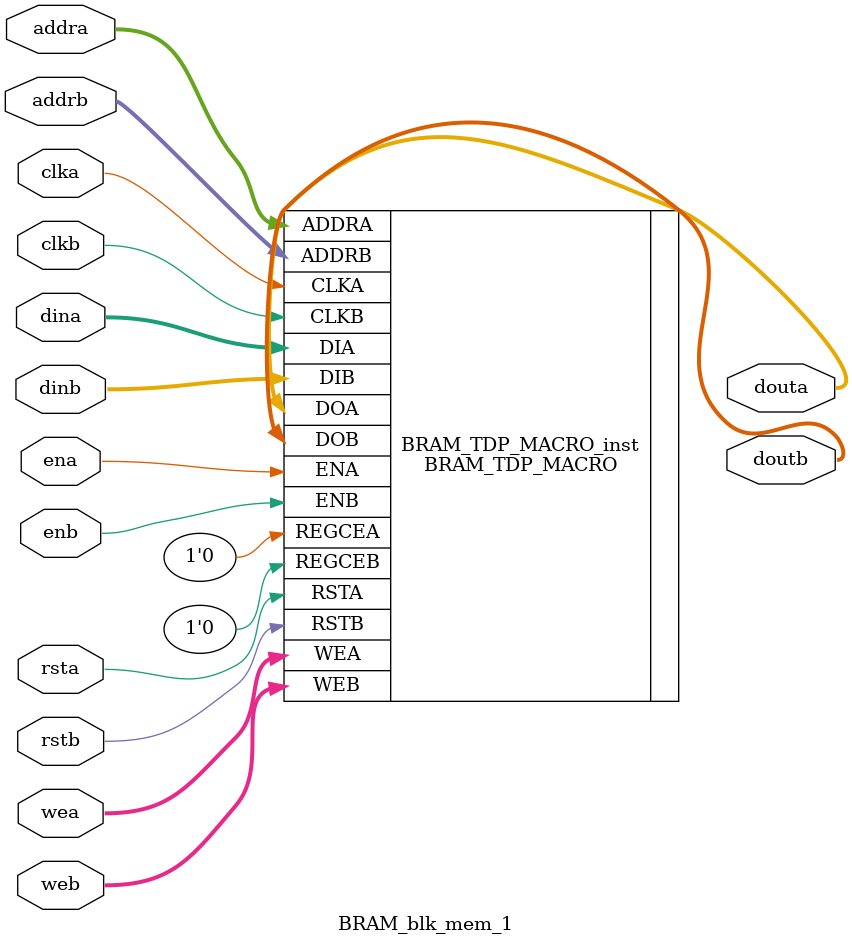
<source format=v>
`timescale 1ns/1ps

module BRAM_blk_mem_1 (
  clka,
  ena,
  wea,
  addra,
  dina,
  douta,
  rsta,
  clkb,
  enb,
  web,
  addrb,
  dinb,
  doutb,
  rstb
);


input wire clka;
input wire clkb;

input wire ena;
input wire enb;

input wire rsta;
input wire rstb;

input wire [3 : 0] wea;
input wire [3 : 0] web;

input wire [9 : 0] addra;
input wire [9 : 0] addrb;

input wire [31 : 0] dina;
input wire [31 : 0] dinb;

output wire [31 : 0] douta;
output wire [31 : 0] doutb;


// BRAM_TDP_MACRO : In order to incorporate this function into the design,
//   Verilog   : the following instance declaration needs to be placed
//  instance   : in the body of the design code.  The instance name
// declaration : (BRAM_TDP_MACRO_inst) and/or the port declarations within the
//    code     : parenthesis may be changed to properly reference and
//             : connect this function to the design.  All inputs
//             : and outputs must be connected.

//  <-----Cut code below this line---->

   // BRAM_TDP_MACRO: True Dual Port RAM
   //                 Virtex-7
   // Xilinx HDL Language Template, version 2016.4
   
   //////////////////////////////////////////////////////////////////////////
   // DATA_WIDTH_A/B | BRAM_SIZE | RAM Depth | ADDRA/B Width | WEA/B Width //
   // ===============|===========|===========|===============|=============//
   //     19-36      |  "36Kb"   |    1024   |    10-bit     |    4-bit    //
   //     10-18      |  "36Kb"   |    2048   |    11-bit     |    2-bit    //
   //     10-18      |  "18Kb"   |    1024   |    10-bit     |    2-bit    //
   //      5-9       |  "36Kb"   |    4096   |    12-bit     |    1-bit    //
   //      5-9       |  "18Kb"   |    2048   |    11-bit     |    1-bit    //
   //      3-4       |  "36Kb"   |    8192   |    13-bit     |    1-bit    //
   //      3-4       |  "18Kb"   |    4096   |    12-bit     |    1-bit    //
   //        2       |  "36Kb"   |   16384   |    14-bit     |    1-bit    //
   //        2       |  "18Kb"   |    8192   |    13-bit     |    1-bit    //
   //        1       |  "36Kb"   |   32768   |    15-bit     |    1-bit    //
   //        1       |  "18Kb"   |   16384   |    14-bit     |    1-bit    //
   //////////////////////////////////////////////////////////////////////////

   BRAM_TDP_MACRO #(
      .BRAM_SIZE("36Kb"), // Target BRAM: "18Kb" or "36Kb" 
      .DEVICE("7SERIES"), // Target device: "7SERIES" 
      .DOA_REG(0),        // Optional port A output register (0 or 1)
      .DOB_REG(0),        // Optional port B output register (0 or 1)
      .INIT_A(36'h00000000),  // Initial values on port A output port
      .INIT_B(36'h00000000), // Initial values on port B output port
      .INIT_FILE ("weight_1.mem"),
      .READ_WIDTH_A (32),   // Valid values are 1-36 (19-36 only valid when BRAM_SIZE="36Kb")
      .READ_WIDTH_B (32),   // Valid values are 1-36 (19-36 only valid when BRAM_SIZE="36Kb")
      .SIM_COLLISION_CHECK ("ALL"), // Collision check enable "ALL", "WARNING_ONLY", 
                                    //   "GENERATE_X_ONLY" or "NONE" 
      .SRVAL_A(36'h00000000), // Set/Reset value for port A output
      .SRVAL_B(36'h00000000), // Set/Reset value for port B output
      .WRITE_MODE_A("WRITE_FIRST"), // "WRITE_FIRST", "READ_FIRST", or "NO_CHANGE" 
      .WRITE_MODE_B("WRITE_FIRST"), // "WRITE_FIRST", "READ_FIRST", or "NO_CHANGE" 
      .WRITE_WIDTH_A(32), // Valid values are 1-36 (19-36 only valid when BRAM_SIZE="36Kb")
      .WRITE_WIDTH_B(32), // Valid values are 1-36 (19-36 only valid when BRAM_SIZE="36Kb")
      .INIT_00(256'h0000000000000000000000000000000000000000000000000000000000000000),
      .INIT_01(256'h0000000000000000000000000000000000000000000000000000000000000000),
      .INIT_02(256'h0000000000000000000000000000000000000000000000000000000000000000),
      .INIT_03(256'h0000000000000000000000000000000000000000000000000000000000000000),
      .INIT_04(256'h0000000000000000000000000000000000000000000000000000000000000000),
      .INIT_05(256'h0000000000000000000000000000000000000000000000000000000000000000),
      .INIT_06(256'h0000000000000000000000000000000000000000000000000000000000000000),
      .INIT_07(256'h0000000000000000000000000000000000000000000000000000000000000000),
      .INIT_08(256'h0000000000000000000000000000000000000000000000000000000000000000),
      .INIT_09(256'h0000000000000000000000000000000000000000000000000000000000000000),
      .INIT_0A(256'h0000000000000000000000000000000000000000000000000000000000000000),
      .INIT_0B(256'h0000000000000000000000000000000000000000000000000000000000000000),
      .INIT_0C(256'h0000000000000000000000000000000000000000000000000000000000000000),
      .INIT_0D(256'h0000000000000000000000000000000000000000000000000000000000000000),
      .INIT_0E(256'h0000000000000000000000000000000000000000000000000000000000000000),
      .INIT_0F(256'h0000000000000000000000000000000000000000000000000000000000000000),
      .INIT_10(256'h0000000000000000000000000000000000000000000000000000000000000000),
      .INIT_11(256'h0000000000000000000000000000000000000000000000000000000000000000),
      .INIT_12(256'h0000000000000000000000000000000000000000000000000000000000000000),
      .INIT_13(256'h0000000000000000000000000000000000000000000000000000000000000000),
      .INIT_14(256'h0000000000000000000000000000000000000000000000000000000000000000),
      .INIT_15(256'h0000000000000000000000000000000000000000000000000000000000000000),
      .INIT_16(256'h0000000000000000000000000000000000000000000000000000000000000000),
      .INIT_17(256'h0000000000000000000000000000000000000000000000000000000000000000),
      .INIT_18(256'h0000000000000000000000000000000000000000000000000000000000000000),
      .INIT_19(256'h0000000000000000000000000000000000000000000000000000000000000000),
      .INIT_1A(256'h0000000000000000000000000000000000000000000000000000000000000000),
      .INIT_1B(256'h0000000000000000000000000000000000000000000000000000000000000000),
      .INIT_1C(256'h0000000000000000000000000000000000000000000000000000000000000000),
      .INIT_1D(256'h0000000000000000000000000000000000000000000000000000000000000000),
      .INIT_1E(256'h0000000000000000000000000000000000000000000000000000000000000000),
      .INIT_1F(256'h0000000000000000000000000000000000000000000000000000000000000000),
      .INIT_20(256'h0000000000000000000000000000000000000000000000000000000000000000),
      .INIT_21(256'h0000000000000000000000000000000000000000000000000000000000000000),
      .INIT_22(256'h0000000000000000000000000000000000000000000000000000000000000000),
      .INIT_23(256'h0000000000000000000000000000000000000000000000000000000000000000),
      .INIT_24(256'h0000000000000000000000000000000000000000000000000000000000000000),
      .INIT_25(256'h0000000000000000000000000000000000000000000000000000000000000000),
      .INIT_26(256'h0000000000000000000000000000000000000000000000000000000000000000),
      .INIT_27(256'h0000000000000000000000000000000000000000000000000000000000000000),
      .INIT_28(256'h0000000000000000000000000000000000000000000000000000000000000000),
      .INIT_29(256'h0000000000000000000000000000000000000000000000000000000000000000),
      .INIT_2A(256'h0000000000000000000000000000000000000000000000000000000000000000),
      .INIT_2B(256'h0000000000000000000000000000000000000000000000000000000000000000),
      .INIT_2C(256'h0000000000000000000000000000000000000000000000000000000000000000),
      .INIT_2D(256'h0000000000000000000000000000000000000000000000000000000000000000),
      .INIT_2E(256'h0000000000000000000000000000000000000000000000000000000000000000),
      .INIT_2F(256'h0000000000000000000000000000000000000000000000000000000000000000),
      .INIT_30(256'h0000000000000000000000000000000000000000000000000000000000000000),
      .INIT_31(256'h0000000000000000000000000000000000000000000000000000000000000000),
      .INIT_32(256'h0000000000000000000000000000000000000000000000000000000000000000),
      .INIT_33(256'h0000000000000000000000000000000000000000000000000000000000000000),
      .INIT_34(256'h0000000000000000000000000000000000000000000000000000000000000000),
      .INIT_35(256'h0000000000000000000000000000000000000000000000000000000000000000),
      .INIT_36(256'h0000000000000000000000000000000000000000000000000000000000000000),
      .INIT_37(256'h0000000000000000000000000000000000000000000000000000000000000000),
      .INIT_38(256'h0000000000000000000000000000000000000000000000000000000000000000),
      .INIT_39(256'h0000000000000000000000000000000000000000000000000000000000000000),
      .INIT_3A(256'h0000000000000000000000000000000000000000000000000000000000000000),
      .INIT_3B(256'h0000000000000000000000000000000000000000000000000000000000000000),
      .INIT_3C(256'h0000000000000000000000000000000000000000000000000000000000000000),
      .INIT_3D(256'h0000000000000000000000000000000000000000000000000000000000000000),
      .INIT_3E(256'h0000000000000000000000000000000000000000000000000000000000000000),
      .INIT_3F(256'h0000000000000000000000000000000000000000000000000000000000000000),
      
      // The next set of INIT_xx are valid when configured as 36Kb
      .INIT_40(256'h0000000000000000000000000000000000000000000000000000000000000000),
      .INIT_41(256'h0000000000000000000000000000000000000000000000000000000000000000),
      .INIT_42(256'h0000000000000000000000000000000000000000000000000000000000000000),
      .INIT_43(256'h0000000000000000000000000000000000000000000000000000000000000000),
      .INIT_44(256'h0000000000000000000000000000000000000000000000000000000000000000),
      .INIT_45(256'h0000000000000000000000000000000000000000000000000000000000000000),
      .INIT_46(256'h0000000000000000000000000000000000000000000000000000000000000000),
      .INIT_47(256'h0000000000000000000000000000000000000000000000000000000000000000),
      .INIT_48(256'h0000000000000000000000000000000000000000000000000000000000000000),
      .INIT_49(256'h0000000000000000000000000000000000000000000000000000000000000000),
      .INIT_4A(256'h0000000000000000000000000000000000000000000000000000000000000000),
      .INIT_4B(256'h0000000000000000000000000000000000000000000000000000000000000000),
      .INIT_4C(256'h0000000000000000000000000000000000000000000000000000000000000000),
      .INIT_4D(256'h0000000000000000000000000000000000000000000000000000000000000000),
      .INIT_4E(256'h0000000000000000000000000000000000000000000000000000000000000000),
      .INIT_4F(256'h0000000000000000000000000000000000000000000000000000000000000000),
      .INIT_50(256'h0000000000000000000000000000000000000000000000000000000000000000),
      .INIT_51(256'h0000000000000000000000000000000000000000000000000000000000000000),
      .INIT_52(256'h0000000000000000000000000000000000000000000000000000000000000000),
      .INIT_53(256'h0000000000000000000000000000000000000000000000000000000000000000),
      .INIT_54(256'h0000000000000000000000000000000000000000000000000000000000000000),
      .INIT_55(256'h0000000000000000000000000000000000000000000000000000000000000000),
      .INIT_56(256'h0000000000000000000000000000000000000000000000000000000000000000),
      .INIT_57(256'h0000000000000000000000000000000000000000000000000000000000000000),
      .INIT_58(256'h0000000000000000000000000000000000000000000000000000000000000000),
      .INIT_59(256'h0000000000000000000000000000000000000000000000000000000000000000),
      .INIT_5A(256'h0000000000000000000000000000000000000000000000000000000000000000),
      .INIT_5B(256'h0000000000000000000000000000000000000000000000000000000000000000),
      .INIT_5C(256'h0000000000000000000000000000000000000000000000000000000000000000),
      .INIT_5D(256'h0000000000000000000000000000000000000000000000000000000000000000),
      .INIT_5E(256'h0000000000000000000000000000000000000000000000000000000000000000),
      .INIT_5F(256'h0000000000000000000000000000000000000000000000000000000000000000),
      .INIT_60(256'h0000000000000000000000000000000000000000000000000000000000000000),
      .INIT_61(256'h0000000000000000000000000000000000000000000000000000000000000000),
      .INIT_62(256'h0000000000000000000000000000000000000000000000000000000000000000),
      .INIT_63(256'h0000000000000000000000000000000000000000000000000000000000000000),
      .INIT_64(256'h0000000000000000000000000000000000000000000000000000000000000000),
      .INIT_65(256'h0000000000000000000000000000000000000000000000000000000000000000),
      .INIT_66(256'h0000000000000000000000000000000000000000000000000000000000000000),
      .INIT_67(256'h0000000000000000000000000000000000000000000000000000000000000000),
      .INIT_68(256'h0000000000000000000000000000000000000000000000000000000000000000),
      .INIT_69(256'h0000000000000000000000000000000000000000000000000000000000000000),
      .INIT_6A(256'h0000000000000000000000000000000000000000000000000000000000000000),
      .INIT_6B(256'h0000000000000000000000000000000000000000000000000000000000000000),
      .INIT_6C(256'h0000000000000000000000000000000000000000000000000000000000000000),
      .INIT_6D(256'h0000000000000000000000000000000000000000000000000000000000000000),
      .INIT_6E(256'h0000000000000000000000000000000000000000000000000000000000000000),
      .INIT_6F(256'h0000000000000000000000000000000000000000000000000000000000000000),
      .INIT_70(256'h0000000000000000000000000000000000000000000000000000000000000000),
      .INIT_71(256'h0000000000000000000000000000000000000000000000000000000000000000),
      .INIT_72(256'h0000000000000000000000000000000000000000000000000000000000000000),
      .INIT_73(256'h0000000000000000000000000000000000000000000000000000000000000000),
      .INIT_74(256'h0000000000000000000000000000000000000000000000000000000000000000),
      .INIT_75(256'h0000000000000000000000000000000000000000000000000000000000000000),
      .INIT_76(256'h0000000000000000000000000000000000000000000000000000000000000000),
      .INIT_77(256'h0000000000000000000000000000000000000000000000000000000000000000),
      .INIT_78(256'h0000000000000000000000000000000000000000000000000000000000000000),
      .INIT_79(256'h0000000000000000000000000000000000000000000000000000000000000000),
      .INIT_7A(256'h0000000000000000000000000000000000000000000000000000000000000000),
      .INIT_7B(256'h0000000000000000000000000000000000000000000000000000000000000000),
      .INIT_7C(256'h0000000000000000000000000000000000000000000000000000000000000000),
      .INIT_7D(256'h0000000000000000000000000000000000000000000000000000000000000000),
      .INIT_7E(256'h0000000000000000000000000000000000000000000000000000000000000000),
      .INIT_7F(256'h0000000000000000000000000000000000000000000000000000000000000000),
     
      // The next set of INITP_xx are for the parity bits
      //.INIT_FF(256'h0000000000000000000000000000000000000000000000000000000000000000),
      .INITP_00(256'h0000000000000000000000000000000000000000000000000000000000000000),
      .INITP_01(256'h0000000000000000000000000000000000000000000000000000000000000000),
      .INITP_02(256'h0000000000000000000000000000000000000000000000000000000000000000),
      .INITP_03(256'h0000000000000000000000000000000000000000000000000000000000000000),
      .INITP_04(256'h0000000000000000000000000000000000000000000000000000000000000000),
      .INITP_05(256'h0000000000000000000000000000000000000000000000000000000000000000),
      .INITP_06(256'h0000000000000000000000000000000000000000000000000000000000000000),
      .INITP_07(256'h0000000000000000000000000000000000000000000000000000000000000000),
      
      // The next set of INITP_xx are valid when configured as 36Kb
      .INITP_08(256'h0000000000000000000000000000000000000000000000000000000000000000),
      .INITP_09(256'h0000000000000000000000000000000000000000000000000000000000000000),
      .INITP_0A(256'h0000000000000000000000000000000000000000000000000000000000000000),
      .INITP_0B(256'h0000000000000000000000000000000000000000000000000000000000000000),
      .INITP_0C(256'h0000000000000000000000000000000000000000000000000000000000000000),
      .INITP_0D(256'h0000000000000000000000000000000000000000000000000000000000000000),
      .INITP_0E(256'h0000000000000000000000000000000000000000000000000000000000000000),
      .INITP_0F(256'h0000000000000000000000000000000000000000000000000000000000000000)
   ) BRAM_TDP_MACRO_inst (
      .DOA(douta),       // Output port-A data, width defined by READ_WIDTH_A parameter
      .DOB(doutb),       // Output port-B data, width defined by READ_WIDTH_B parameter
      .ADDRA(addra),   // Input port-A address, width defined by Port A depth
      .ADDRB(addrb),   // Input port-B address, width defined by Port B depth
      .CLKA(clka),     // 1-bit input port-A clock
      .CLKB(clkb),     // 1-bit input port-B clock
      .DIA(dina),       // Input port-A data, width defined by WRITE_WIDTH_A parameter
      .DIB(dinb),       // Input port-B data, width defined by WRITE_WIDTH_B parameter
      .ENA(ena),       // 1-bit input port-A enable
      .ENB(enb),       // 1-bit input port-B enable
      .REGCEA(1'D0), // 1-bit input port-A output register enable
      .REGCEB(1'D0), // 1-bit input port-B output register enable
      .RSTA(rsta),     // 1-bit input port-A reset
      .RSTB(rstb),     // 1-bit input port-B reset
      .WEA(wea),       // Input port-A write enable, width defined by Port A depth
      .WEB(web)        // Input port-B write enable, width defined by Port B depth
   );

   // End of BRAM_TDP_MACRO_inst instantiation
				
endmodule
</source>
